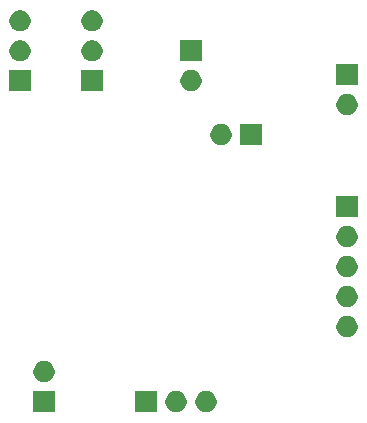
<source format=gbr>
G04 #@! TF.GenerationSoftware,KiCad,Pcbnew,(5.1.5)-2*
G04 #@! TF.CreationDate,2020-04-02T22:08:23-06:00*
G04 #@! TF.ProjectId,AS3935,41533339-3335-42e6-9b69-6361645f7063,rev?*
G04 #@! TF.SameCoordinates,Original*
G04 #@! TF.FileFunction,Soldermask,Bot*
G04 #@! TF.FilePolarity,Negative*
%FSLAX46Y46*%
G04 Gerber Fmt 4.6, Leading zero omitted, Abs format (unit mm)*
G04 Created by KiCad (PCBNEW (5.1.5)-2) date 2020-04-02 22:08:23*
%MOMM*%
%LPD*%
G04 APERTURE LIST*
%ADD10C,0.100000*%
G04 APERTURE END LIST*
D10*
G36*
X130161512Y-85717927D02*
G01*
X130310812Y-85747624D01*
X130474784Y-85815544D01*
X130622354Y-85914147D01*
X130747853Y-86039646D01*
X130846456Y-86187216D01*
X130914376Y-86351188D01*
X130949000Y-86525259D01*
X130949000Y-86702741D01*
X130914376Y-86876812D01*
X130846456Y-87040784D01*
X130747853Y-87188354D01*
X130622354Y-87313853D01*
X130474784Y-87412456D01*
X130310812Y-87480376D01*
X130161512Y-87510073D01*
X130136742Y-87515000D01*
X129959258Y-87515000D01*
X129934488Y-87510073D01*
X129785188Y-87480376D01*
X129621216Y-87412456D01*
X129473646Y-87313853D01*
X129348147Y-87188354D01*
X129249544Y-87040784D01*
X129181624Y-86876812D01*
X129147000Y-86702741D01*
X129147000Y-86525259D01*
X129181624Y-86351188D01*
X129249544Y-86187216D01*
X129348147Y-86039646D01*
X129473646Y-85914147D01*
X129621216Y-85815544D01*
X129785188Y-85747624D01*
X129934488Y-85717927D01*
X129959258Y-85713000D01*
X130136742Y-85713000D01*
X130161512Y-85717927D01*
G37*
G36*
X125869000Y-87515000D02*
G01*
X124067000Y-87515000D01*
X124067000Y-85713000D01*
X125869000Y-85713000D01*
X125869000Y-87515000D01*
G37*
G36*
X117233000Y-87515000D02*
G01*
X115431000Y-87515000D01*
X115431000Y-85713000D01*
X117233000Y-85713000D01*
X117233000Y-87515000D01*
G37*
G36*
X127621512Y-85717927D02*
G01*
X127770812Y-85747624D01*
X127934784Y-85815544D01*
X128082354Y-85914147D01*
X128207853Y-86039646D01*
X128306456Y-86187216D01*
X128374376Y-86351188D01*
X128409000Y-86525259D01*
X128409000Y-86702741D01*
X128374376Y-86876812D01*
X128306456Y-87040784D01*
X128207853Y-87188354D01*
X128082354Y-87313853D01*
X127934784Y-87412456D01*
X127770812Y-87480376D01*
X127621512Y-87510073D01*
X127596742Y-87515000D01*
X127419258Y-87515000D01*
X127394488Y-87510073D01*
X127245188Y-87480376D01*
X127081216Y-87412456D01*
X126933646Y-87313853D01*
X126808147Y-87188354D01*
X126709544Y-87040784D01*
X126641624Y-86876812D01*
X126607000Y-86702741D01*
X126607000Y-86525259D01*
X126641624Y-86351188D01*
X126709544Y-86187216D01*
X126808147Y-86039646D01*
X126933646Y-85914147D01*
X127081216Y-85815544D01*
X127245188Y-85747624D01*
X127394488Y-85717927D01*
X127419258Y-85713000D01*
X127596742Y-85713000D01*
X127621512Y-85717927D01*
G37*
G36*
X116445512Y-83177927D02*
G01*
X116594812Y-83207624D01*
X116758784Y-83275544D01*
X116906354Y-83374147D01*
X117031853Y-83499646D01*
X117130456Y-83647216D01*
X117198376Y-83811188D01*
X117233000Y-83985259D01*
X117233000Y-84162741D01*
X117198376Y-84336812D01*
X117130456Y-84500784D01*
X117031853Y-84648354D01*
X116906354Y-84773853D01*
X116758784Y-84872456D01*
X116594812Y-84940376D01*
X116445512Y-84970073D01*
X116420742Y-84975000D01*
X116243258Y-84975000D01*
X116218488Y-84970073D01*
X116069188Y-84940376D01*
X115905216Y-84872456D01*
X115757646Y-84773853D01*
X115632147Y-84648354D01*
X115533544Y-84500784D01*
X115465624Y-84336812D01*
X115431000Y-84162741D01*
X115431000Y-83985259D01*
X115465624Y-83811188D01*
X115533544Y-83647216D01*
X115632147Y-83499646D01*
X115757646Y-83374147D01*
X115905216Y-83275544D01*
X116069188Y-83207624D01*
X116218488Y-83177927D01*
X116243258Y-83173000D01*
X116420742Y-83173000D01*
X116445512Y-83177927D01*
G37*
G36*
X142099512Y-79367927D02*
G01*
X142248812Y-79397624D01*
X142412784Y-79465544D01*
X142560354Y-79564147D01*
X142685853Y-79689646D01*
X142784456Y-79837216D01*
X142852376Y-80001188D01*
X142887000Y-80175259D01*
X142887000Y-80352741D01*
X142852376Y-80526812D01*
X142784456Y-80690784D01*
X142685853Y-80838354D01*
X142560354Y-80963853D01*
X142412784Y-81062456D01*
X142248812Y-81130376D01*
X142099512Y-81160073D01*
X142074742Y-81165000D01*
X141897258Y-81165000D01*
X141872488Y-81160073D01*
X141723188Y-81130376D01*
X141559216Y-81062456D01*
X141411646Y-80963853D01*
X141286147Y-80838354D01*
X141187544Y-80690784D01*
X141119624Y-80526812D01*
X141085000Y-80352741D01*
X141085000Y-80175259D01*
X141119624Y-80001188D01*
X141187544Y-79837216D01*
X141286147Y-79689646D01*
X141411646Y-79564147D01*
X141559216Y-79465544D01*
X141723188Y-79397624D01*
X141872488Y-79367927D01*
X141897258Y-79363000D01*
X142074742Y-79363000D01*
X142099512Y-79367927D01*
G37*
G36*
X142099512Y-76827927D02*
G01*
X142248812Y-76857624D01*
X142412784Y-76925544D01*
X142560354Y-77024147D01*
X142685853Y-77149646D01*
X142784456Y-77297216D01*
X142852376Y-77461188D01*
X142887000Y-77635259D01*
X142887000Y-77812741D01*
X142852376Y-77986812D01*
X142784456Y-78150784D01*
X142685853Y-78298354D01*
X142560354Y-78423853D01*
X142412784Y-78522456D01*
X142248812Y-78590376D01*
X142099512Y-78620073D01*
X142074742Y-78625000D01*
X141897258Y-78625000D01*
X141872488Y-78620073D01*
X141723188Y-78590376D01*
X141559216Y-78522456D01*
X141411646Y-78423853D01*
X141286147Y-78298354D01*
X141187544Y-78150784D01*
X141119624Y-77986812D01*
X141085000Y-77812741D01*
X141085000Y-77635259D01*
X141119624Y-77461188D01*
X141187544Y-77297216D01*
X141286147Y-77149646D01*
X141411646Y-77024147D01*
X141559216Y-76925544D01*
X141723188Y-76857624D01*
X141872488Y-76827927D01*
X141897258Y-76823000D01*
X142074742Y-76823000D01*
X142099512Y-76827927D01*
G37*
G36*
X142099512Y-74287927D02*
G01*
X142248812Y-74317624D01*
X142412784Y-74385544D01*
X142560354Y-74484147D01*
X142685853Y-74609646D01*
X142784456Y-74757216D01*
X142852376Y-74921188D01*
X142887000Y-75095259D01*
X142887000Y-75272741D01*
X142852376Y-75446812D01*
X142784456Y-75610784D01*
X142685853Y-75758354D01*
X142560354Y-75883853D01*
X142412784Y-75982456D01*
X142248812Y-76050376D01*
X142099512Y-76080073D01*
X142074742Y-76085000D01*
X141897258Y-76085000D01*
X141872488Y-76080073D01*
X141723188Y-76050376D01*
X141559216Y-75982456D01*
X141411646Y-75883853D01*
X141286147Y-75758354D01*
X141187544Y-75610784D01*
X141119624Y-75446812D01*
X141085000Y-75272741D01*
X141085000Y-75095259D01*
X141119624Y-74921188D01*
X141187544Y-74757216D01*
X141286147Y-74609646D01*
X141411646Y-74484147D01*
X141559216Y-74385544D01*
X141723188Y-74317624D01*
X141872488Y-74287927D01*
X141897258Y-74283000D01*
X142074742Y-74283000D01*
X142099512Y-74287927D01*
G37*
G36*
X142099512Y-71747927D02*
G01*
X142248812Y-71777624D01*
X142412784Y-71845544D01*
X142560354Y-71944147D01*
X142685853Y-72069646D01*
X142784456Y-72217216D01*
X142852376Y-72381188D01*
X142887000Y-72555259D01*
X142887000Y-72732741D01*
X142852376Y-72906812D01*
X142784456Y-73070784D01*
X142685853Y-73218354D01*
X142560354Y-73343853D01*
X142412784Y-73442456D01*
X142248812Y-73510376D01*
X142099512Y-73540073D01*
X142074742Y-73545000D01*
X141897258Y-73545000D01*
X141872488Y-73540073D01*
X141723188Y-73510376D01*
X141559216Y-73442456D01*
X141411646Y-73343853D01*
X141286147Y-73218354D01*
X141187544Y-73070784D01*
X141119624Y-72906812D01*
X141085000Y-72732741D01*
X141085000Y-72555259D01*
X141119624Y-72381188D01*
X141187544Y-72217216D01*
X141286147Y-72069646D01*
X141411646Y-71944147D01*
X141559216Y-71845544D01*
X141723188Y-71777624D01*
X141872488Y-71747927D01*
X141897258Y-71743000D01*
X142074742Y-71743000D01*
X142099512Y-71747927D01*
G37*
G36*
X142887000Y-71005000D02*
G01*
X141085000Y-71005000D01*
X141085000Y-69203000D01*
X142887000Y-69203000D01*
X142887000Y-71005000D01*
G37*
G36*
X131431512Y-63111927D02*
G01*
X131580812Y-63141624D01*
X131744784Y-63209544D01*
X131892354Y-63308147D01*
X132017853Y-63433646D01*
X132116456Y-63581216D01*
X132184376Y-63745188D01*
X132219000Y-63919259D01*
X132219000Y-64096741D01*
X132184376Y-64270812D01*
X132116456Y-64434784D01*
X132017853Y-64582354D01*
X131892354Y-64707853D01*
X131744784Y-64806456D01*
X131580812Y-64874376D01*
X131431512Y-64904073D01*
X131406742Y-64909000D01*
X131229258Y-64909000D01*
X131204488Y-64904073D01*
X131055188Y-64874376D01*
X130891216Y-64806456D01*
X130743646Y-64707853D01*
X130618147Y-64582354D01*
X130519544Y-64434784D01*
X130451624Y-64270812D01*
X130417000Y-64096741D01*
X130417000Y-63919259D01*
X130451624Y-63745188D01*
X130519544Y-63581216D01*
X130618147Y-63433646D01*
X130743646Y-63308147D01*
X130891216Y-63209544D01*
X131055188Y-63141624D01*
X131204488Y-63111927D01*
X131229258Y-63107000D01*
X131406742Y-63107000D01*
X131431512Y-63111927D01*
G37*
G36*
X134759000Y-64909000D02*
G01*
X132957000Y-64909000D01*
X132957000Y-63107000D01*
X134759000Y-63107000D01*
X134759000Y-64909000D01*
G37*
G36*
X142099512Y-60571927D02*
G01*
X142248812Y-60601624D01*
X142412784Y-60669544D01*
X142560354Y-60768147D01*
X142685853Y-60893646D01*
X142784456Y-61041216D01*
X142852376Y-61205188D01*
X142887000Y-61379259D01*
X142887000Y-61556741D01*
X142852376Y-61730812D01*
X142784456Y-61894784D01*
X142685853Y-62042354D01*
X142560354Y-62167853D01*
X142412784Y-62266456D01*
X142248812Y-62334376D01*
X142099512Y-62364073D01*
X142074742Y-62369000D01*
X141897258Y-62369000D01*
X141872488Y-62364073D01*
X141723188Y-62334376D01*
X141559216Y-62266456D01*
X141411646Y-62167853D01*
X141286147Y-62042354D01*
X141187544Y-61894784D01*
X141119624Y-61730812D01*
X141085000Y-61556741D01*
X141085000Y-61379259D01*
X141119624Y-61205188D01*
X141187544Y-61041216D01*
X141286147Y-60893646D01*
X141411646Y-60768147D01*
X141559216Y-60669544D01*
X141723188Y-60601624D01*
X141872488Y-60571927D01*
X141897258Y-60567000D01*
X142074742Y-60567000D01*
X142099512Y-60571927D01*
G37*
G36*
X115201000Y-60347000D02*
G01*
X113399000Y-60347000D01*
X113399000Y-58545000D01*
X115201000Y-58545000D01*
X115201000Y-60347000D01*
G37*
G36*
X121297000Y-60347000D02*
G01*
X119495000Y-60347000D01*
X119495000Y-58545000D01*
X121297000Y-58545000D01*
X121297000Y-60347000D01*
G37*
G36*
X128891512Y-58539927D02*
G01*
X129040812Y-58569624D01*
X129204784Y-58637544D01*
X129352354Y-58736147D01*
X129477853Y-58861646D01*
X129576456Y-59009216D01*
X129644376Y-59173188D01*
X129679000Y-59347259D01*
X129679000Y-59524741D01*
X129644376Y-59698812D01*
X129576456Y-59862784D01*
X129477853Y-60010354D01*
X129352354Y-60135853D01*
X129204784Y-60234456D01*
X129040812Y-60302376D01*
X128891512Y-60332073D01*
X128866742Y-60337000D01*
X128689258Y-60337000D01*
X128664488Y-60332073D01*
X128515188Y-60302376D01*
X128351216Y-60234456D01*
X128203646Y-60135853D01*
X128078147Y-60010354D01*
X127979544Y-59862784D01*
X127911624Y-59698812D01*
X127877000Y-59524741D01*
X127877000Y-59347259D01*
X127911624Y-59173188D01*
X127979544Y-59009216D01*
X128078147Y-58861646D01*
X128203646Y-58736147D01*
X128351216Y-58637544D01*
X128515188Y-58569624D01*
X128664488Y-58539927D01*
X128689258Y-58535000D01*
X128866742Y-58535000D01*
X128891512Y-58539927D01*
G37*
G36*
X142887000Y-59829000D02*
G01*
X141085000Y-59829000D01*
X141085000Y-58027000D01*
X142887000Y-58027000D01*
X142887000Y-59829000D01*
G37*
G36*
X120509512Y-56009927D02*
G01*
X120658812Y-56039624D01*
X120822784Y-56107544D01*
X120970354Y-56206147D01*
X121095853Y-56331646D01*
X121194456Y-56479216D01*
X121262376Y-56643188D01*
X121297000Y-56817259D01*
X121297000Y-56994741D01*
X121262376Y-57168812D01*
X121194456Y-57332784D01*
X121095853Y-57480354D01*
X120970354Y-57605853D01*
X120822784Y-57704456D01*
X120658812Y-57772376D01*
X120509512Y-57802073D01*
X120484742Y-57807000D01*
X120307258Y-57807000D01*
X120282488Y-57802073D01*
X120133188Y-57772376D01*
X119969216Y-57704456D01*
X119821646Y-57605853D01*
X119696147Y-57480354D01*
X119597544Y-57332784D01*
X119529624Y-57168812D01*
X119495000Y-56994741D01*
X119495000Y-56817259D01*
X119529624Y-56643188D01*
X119597544Y-56479216D01*
X119696147Y-56331646D01*
X119821646Y-56206147D01*
X119969216Y-56107544D01*
X120133188Y-56039624D01*
X120282488Y-56009927D01*
X120307258Y-56005000D01*
X120484742Y-56005000D01*
X120509512Y-56009927D01*
G37*
G36*
X114413512Y-56009927D02*
G01*
X114562812Y-56039624D01*
X114726784Y-56107544D01*
X114874354Y-56206147D01*
X114999853Y-56331646D01*
X115098456Y-56479216D01*
X115166376Y-56643188D01*
X115201000Y-56817259D01*
X115201000Y-56994741D01*
X115166376Y-57168812D01*
X115098456Y-57332784D01*
X114999853Y-57480354D01*
X114874354Y-57605853D01*
X114726784Y-57704456D01*
X114562812Y-57772376D01*
X114413512Y-57802073D01*
X114388742Y-57807000D01*
X114211258Y-57807000D01*
X114186488Y-57802073D01*
X114037188Y-57772376D01*
X113873216Y-57704456D01*
X113725646Y-57605853D01*
X113600147Y-57480354D01*
X113501544Y-57332784D01*
X113433624Y-57168812D01*
X113399000Y-56994741D01*
X113399000Y-56817259D01*
X113433624Y-56643188D01*
X113501544Y-56479216D01*
X113600147Y-56331646D01*
X113725646Y-56206147D01*
X113873216Y-56107544D01*
X114037188Y-56039624D01*
X114186488Y-56009927D01*
X114211258Y-56005000D01*
X114388742Y-56005000D01*
X114413512Y-56009927D01*
G37*
G36*
X129679000Y-57797000D02*
G01*
X127877000Y-57797000D01*
X127877000Y-55995000D01*
X129679000Y-55995000D01*
X129679000Y-57797000D01*
G37*
G36*
X120509512Y-53469927D02*
G01*
X120658812Y-53499624D01*
X120822784Y-53567544D01*
X120970354Y-53666147D01*
X121095853Y-53791646D01*
X121194456Y-53939216D01*
X121262376Y-54103188D01*
X121297000Y-54277259D01*
X121297000Y-54454741D01*
X121262376Y-54628812D01*
X121194456Y-54792784D01*
X121095853Y-54940354D01*
X120970354Y-55065853D01*
X120822784Y-55164456D01*
X120658812Y-55232376D01*
X120509512Y-55262073D01*
X120484742Y-55267000D01*
X120307258Y-55267000D01*
X120282488Y-55262073D01*
X120133188Y-55232376D01*
X119969216Y-55164456D01*
X119821646Y-55065853D01*
X119696147Y-54940354D01*
X119597544Y-54792784D01*
X119529624Y-54628812D01*
X119495000Y-54454741D01*
X119495000Y-54277259D01*
X119529624Y-54103188D01*
X119597544Y-53939216D01*
X119696147Y-53791646D01*
X119821646Y-53666147D01*
X119969216Y-53567544D01*
X120133188Y-53499624D01*
X120282488Y-53469927D01*
X120307258Y-53465000D01*
X120484742Y-53465000D01*
X120509512Y-53469927D01*
G37*
G36*
X114413512Y-53469927D02*
G01*
X114562812Y-53499624D01*
X114726784Y-53567544D01*
X114874354Y-53666147D01*
X114999853Y-53791646D01*
X115098456Y-53939216D01*
X115166376Y-54103188D01*
X115201000Y-54277259D01*
X115201000Y-54454741D01*
X115166376Y-54628812D01*
X115098456Y-54792784D01*
X114999853Y-54940354D01*
X114874354Y-55065853D01*
X114726784Y-55164456D01*
X114562812Y-55232376D01*
X114413512Y-55262073D01*
X114388742Y-55267000D01*
X114211258Y-55267000D01*
X114186488Y-55262073D01*
X114037188Y-55232376D01*
X113873216Y-55164456D01*
X113725646Y-55065853D01*
X113600147Y-54940354D01*
X113501544Y-54792784D01*
X113433624Y-54628812D01*
X113399000Y-54454741D01*
X113399000Y-54277259D01*
X113433624Y-54103188D01*
X113501544Y-53939216D01*
X113600147Y-53791646D01*
X113725646Y-53666147D01*
X113873216Y-53567544D01*
X114037188Y-53499624D01*
X114186488Y-53469927D01*
X114211258Y-53465000D01*
X114388742Y-53465000D01*
X114413512Y-53469927D01*
G37*
M02*

</source>
